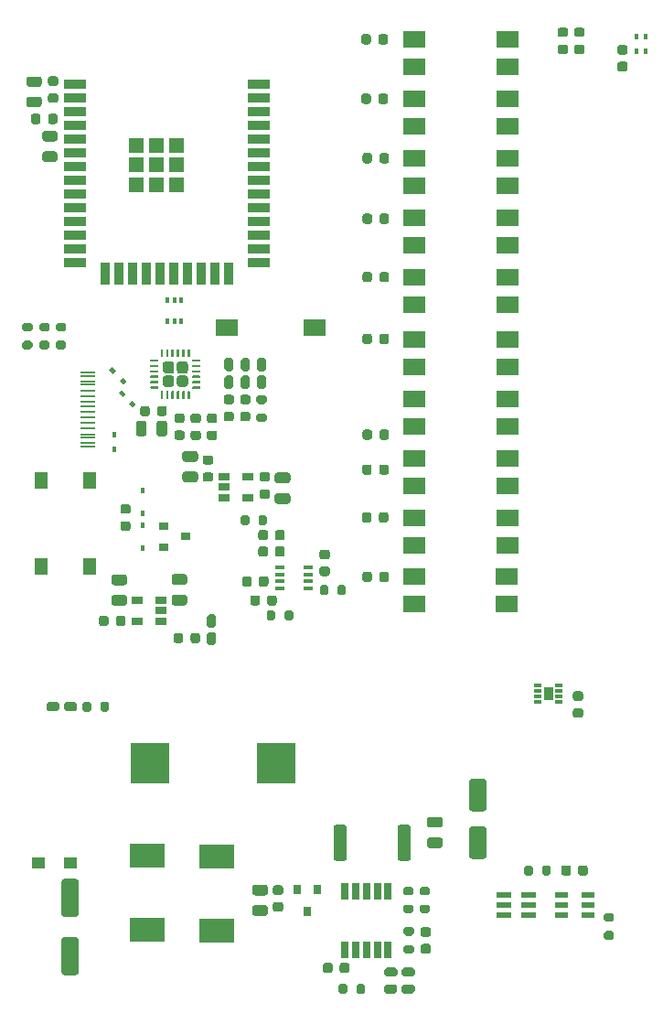
<source format=gbr>
G04 #@! TF.GenerationSoftware,KiCad,Pcbnew,(5.1.10)-1*
G04 #@! TF.CreationDate,2021-12-12T17:06:39+01:00*
G04 #@! TF.ProjectId,TestboardV2.3,54657374-626f-4617-9264-56322e332e6b,rev?*
G04 #@! TF.SameCoordinates,Original*
G04 #@! TF.FileFunction,Paste,Top*
G04 #@! TF.FilePolarity,Positive*
%FSLAX46Y46*%
G04 Gerber Fmt 4.6, Leading zero omitted, Abs format (unit mm)*
G04 Created by KiCad (PCBNEW (5.1.10)-1) date 2021-12-12 17:06:39*
%MOMM*%
%LPD*%
G01*
G04 APERTURE LIST*
%ADD10C,0.100000*%
%ADD11R,0.900000X1.300000*%
%ADD12R,0.750000X0.300000*%
%ADD13R,1.334000X0.276000*%
%ADD14R,0.450000X0.600000*%
%ADD15R,3.650000X3.750000*%
%ADD16R,1.400000X0.600000*%
%ADD17R,0.380000X0.510000*%
%ADD18R,1.330000X1.330000*%
%ADD19R,2.000000X0.900000*%
%ADD20R,0.900000X2.000000*%
%ADD21R,0.376000X0.611000*%
%ADD22R,2.100000X1.550000*%
%ADD23R,2.000000X1.500000*%
%ADD24R,1.060000X0.650000*%
%ADD25R,0.900000X0.800000*%
%ADD26R,1.240000X1.120000*%
%ADD27R,3.200000X2.250000*%
%ADD28R,0.966000X0.414000*%
%ADD29R,0.650000X1.525000*%
%ADD30R,0.800000X0.900000*%
%ADD31R,1.300000X1.550000*%
%ADD32R,1.200000X0.600000*%
%ADD33R,0.300000X0.500000*%
G04 APERTURE END LIST*
D10*
G36*
X113380000Y-109660000D02*
G01*
X112580000Y-109660000D01*
X112580000Y-108860000D01*
X113380000Y-108860000D01*
X113380000Y-109660000D01*
G37*
X113380000Y-109660000D02*
X112580000Y-109660000D01*
X112580000Y-108860000D01*
X113380000Y-108860000D01*
X113380000Y-109660000D01*
G36*
X112180000Y-109660000D02*
G01*
X111380000Y-109660000D01*
X111380000Y-108860000D01*
X112180000Y-108860000D01*
X112180000Y-109660000D01*
G37*
X112180000Y-109660000D02*
X111380000Y-109660000D01*
X111380000Y-108860000D01*
X112180000Y-108860000D01*
X112180000Y-109660000D01*
G36*
X113380000Y-108460000D02*
G01*
X112580000Y-108460000D01*
X112580000Y-107660000D01*
X113380000Y-107660000D01*
X113380000Y-108460000D01*
G37*
X113380000Y-108460000D02*
X112580000Y-108460000D01*
X112580000Y-107660000D01*
X113380000Y-107660000D01*
X113380000Y-108460000D01*
G36*
X112180000Y-108460000D02*
G01*
X111380000Y-108460000D01*
X111380000Y-107660000D01*
X112180000Y-107660000D01*
X112180000Y-108460000D01*
G37*
X112180000Y-108460000D02*
X111380000Y-108460000D01*
X111380000Y-107660000D01*
X112180000Y-107660000D01*
X112180000Y-108460000D01*
G36*
G01*
X120075000Y-122445000D02*
X120075000Y-121895000D01*
G75*
G02*
X120275000Y-121695000I200000J0D01*
G01*
X120675000Y-121695000D01*
G75*
G02*
X120875000Y-121895000I0J-200000D01*
G01*
X120875000Y-122445000D01*
G75*
G02*
X120675000Y-122645000I-200000J0D01*
G01*
X120275000Y-122645000D01*
G75*
G02*
X120075000Y-122445000I0J200000D01*
G01*
G37*
G36*
G01*
X118425000Y-122445000D02*
X118425000Y-121895000D01*
G75*
G02*
X118625000Y-121695000I200000J0D01*
G01*
X119025000Y-121695000D01*
G75*
G02*
X119225000Y-121895000I0J-200000D01*
G01*
X119225000Y-122445000D01*
G75*
G02*
X119025000Y-122645000I-200000J0D01*
G01*
X118625000Y-122645000D01*
G75*
G02*
X118425000Y-122445000I0J200000D01*
G01*
G37*
D11*
X146910000Y-138200000D03*
D12*
X145910000Y-138950000D03*
X145910000Y-138450000D03*
X145910000Y-137950000D03*
X145910000Y-137450000D03*
X147910000Y-137450000D03*
X147910000Y-137950000D03*
X147910000Y-138450000D03*
X147910000Y-138950000D03*
G36*
G01*
X120085000Y-110635000D02*
X120635000Y-110635000D01*
G75*
G02*
X120835000Y-110835000I0J-200000D01*
G01*
X120835000Y-111235000D01*
G75*
G02*
X120635000Y-111435000I-200000J0D01*
G01*
X120085000Y-111435000D01*
G75*
G02*
X119885000Y-111235000I0J200000D01*
G01*
X119885000Y-110835000D01*
G75*
G02*
X120085000Y-110635000I200000J0D01*
G01*
G37*
G36*
G01*
X120085000Y-112285000D02*
X120635000Y-112285000D01*
G75*
G02*
X120835000Y-112485000I0J-200000D01*
G01*
X120835000Y-112885000D01*
G75*
G02*
X120635000Y-113085000I-200000J0D01*
G01*
X120085000Y-113085000D01*
G75*
G02*
X119885000Y-112885000I0J200000D01*
G01*
X119885000Y-112485000D01*
G75*
G02*
X120085000Y-112285000I200000J0D01*
G01*
G37*
G36*
G01*
X120147500Y-108780000D02*
X120572500Y-108780000D01*
G75*
G02*
X120785000Y-108992500I0J-212500D01*
G01*
X120785000Y-109792500D01*
G75*
G02*
X120572500Y-110005000I-212500J0D01*
G01*
X120147500Y-110005000D01*
G75*
G02*
X119935000Y-109792500I0J212500D01*
G01*
X119935000Y-108992500D01*
G75*
G02*
X120147500Y-108780000I212500J0D01*
G01*
G37*
G36*
G01*
X120147500Y-107155000D02*
X120572500Y-107155000D01*
G75*
G02*
X120785000Y-107367500I0J-212500D01*
G01*
X120785000Y-108167500D01*
G75*
G02*
X120572500Y-108380000I-212500J0D01*
G01*
X120147500Y-108380000D01*
G75*
G02*
X119935000Y-108167500I0J212500D01*
G01*
X119935000Y-107367500D01*
G75*
G02*
X120147500Y-107155000I212500J0D01*
G01*
G37*
G36*
G01*
X105445000Y-139695000D02*
X105445000Y-139145000D01*
G75*
G02*
X105645000Y-138945000I200000J0D01*
G01*
X106045000Y-138945000D01*
G75*
G02*
X106245000Y-139145000I0J-200000D01*
G01*
X106245000Y-139695000D01*
G75*
G02*
X106045000Y-139895000I-200000J0D01*
G01*
X105645000Y-139895000D01*
G75*
G02*
X105445000Y-139695000I0J200000D01*
G01*
G37*
G36*
G01*
X103795000Y-139695000D02*
X103795000Y-139145000D01*
G75*
G02*
X103995000Y-138945000I200000J0D01*
G01*
X104395000Y-138945000D01*
G75*
G02*
X104595000Y-139145000I0J-200000D01*
G01*
X104595000Y-139695000D01*
G75*
G02*
X104395000Y-139895000I-200000J0D01*
G01*
X103995000Y-139895000D01*
G75*
G02*
X103795000Y-139695000I0J200000D01*
G01*
G37*
G36*
G01*
X102060000Y-139642500D02*
X102060000Y-139217500D01*
G75*
G02*
X102272500Y-139005000I212500J0D01*
G01*
X103072500Y-139005000D01*
G75*
G02*
X103285000Y-139217500I0J-212500D01*
G01*
X103285000Y-139642500D01*
G75*
G02*
X103072500Y-139855000I-212500J0D01*
G01*
X102272500Y-139855000D01*
G75*
G02*
X102060000Y-139642500I0J212500D01*
G01*
G37*
G36*
G01*
X100435000Y-139642500D02*
X100435000Y-139217500D01*
G75*
G02*
X100647500Y-139005000I212500J0D01*
G01*
X101447500Y-139005000D01*
G75*
G02*
X101660000Y-139217500I0J-212500D01*
G01*
X101660000Y-139642500D01*
G75*
G02*
X101447500Y-139855000I-212500J0D01*
G01*
X100647500Y-139855000D01*
G75*
G02*
X100435000Y-139642500I0J212500D01*
G01*
G37*
G36*
G01*
X119745000Y-157790000D02*
X120695000Y-157790000D01*
G75*
G02*
X120945000Y-158040000I0J-250000D01*
G01*
X120945000Y-158540000D01*
G75*
G02*
X120695000Y-158790000I-250000J0D01*
G01*
X119745000Y-158790000D01*
G75*
G02*
X119495000Y-158540000I0J250000D01*
G01*
X119495000Y-158040000D01*
G75*
G02*
X119745000Y-157790000I250000J0D01*
G01*
G37*
G36*
G01*
X119745000Y-155890000D02*
X120695000Y-155890000D01*
G75*
G02*
X120945000Y-156140000I0J-250000D01*
G01*
X120945000Y-156640000D01*
G75*
G02*
X120695000Y-156890000I-250000J0D01*
G01*
X119745000Y-156890000D01*
G75*
G02*
X119495000Y-156640000I0J250000D01*
G01*
X119495000Y-156140000D01*
G75*
G02*
X119745000Y-155890000I250000J0D01*
G01*
G37*
G36*
G01*
X113225000Y-128160000D02*
X112275000Y-128160000D01*
G75*
G02*
X112025000Y-127910000I0J250000D01*
G01*
X112025000Y-127410000D01*
G75*
G02*
X112275000Y-127160000I250000J0D01*
G01*
X113225000Y-127160000D01*
G75*
G02*
X113475000Y-127410000I0J-250000D01*
G01*
X113475000Y-127910000D01*
G75*
G02*
X113225000Y-128160000I-250000J0D01*
G01*
G37*
G36*
G01*
X113225000Y-130060000D02*
X112275000Y-130060000D01*
G75*
G02*
X112025000Y-129810000I0J250000D01*
G01*
X112025000Y-129310000D01*
G75*
G02*
X112275000Y-129060000I250000J0D01*
G01*
X113225000Y-129060000D01*
G75*
G02*
X113475000Y-129310000I0J-250000D01*
G01*
X113475000Y-129810000D01*
G75*
G02*
X113225000Y-130060000I-250000J0D01*
G01*
G37*
G36*
G01*
X107655000Y-128190000D02*
X106705000Y-128190000D01*
G75*
G02*
X106455000Y-127940000I0J250000D01*
G01*
X106455000Y-127440000D01*
G75*
G02*
X106705000Y-127190000I250000J0D01*
G01*
X107655000Y-127190000D01*
G75*
G02*
X107905000Y-127440000I0J-250000D01*
G01*
X107905000Y-127940000D01*
G75*
G02*
X107655000Y-128190000I-250000J0D01*
G01*
G37*
G36*
G01*
X107655000Y-130090000D02*
X106705000Y-130090000D01*
G75*
G02*
X106455000Y-129840000I0J250000D01*
G01*
X106455000Y-129340000D01*
G75*
G02*
X106705000Y-129090000I250000J0D01*
G01*
X107655000Y-129090000D01*
G75*
G02*
X107905000Y-129340000I0J-250000D01*
G01*
X107905000Y-129840000D01*
G75*
G02*
X107655000Y-130090000I-250000J0D01*
G01*
G37*
G36*
G01*
X109730000Y-113215000D02*
X109730000Y-114165000D01*
G75*
G02*
X109480000Y-114415000I-250000J0D01*
G01*
X108980000Y-114415000D01*
G75*
G02*
X108730000Y-114165000I0J250000D01*
G01*
X108730000Y-113215000D01*
G75*
G02*
X108980000Y-112965000I250000J0D01*
G01*
X109480000Y-112965000D01*
G75*
G02*
X109730000Y-113215000I0J-250000D01*
G01*
G37*
G36*
G01*
X111630000Y-113215000D02*
X111630000Y-114165000D01*
G75*
G02*
X111380000Y-114415000I-250000J0D01*
G01*
X110880000Y-114415000D01*
G75*
G02*
X110630000Y-114165000I0J250000D01*
G01*
X110630000Y-113215000D01*
G75*
G02*
X110880000Y-112965000I250000J0D01*
G01*
X111380000Y-112965000D01*
G75*
G02*
X111630000Y-113215000I0J-250000D01*
G01*
G37*
D13*
X104260000Y-111170000D03*
X104260000Y-111670000D03*
X104260000Y-112170000D03*
X104260000Y-112670000D03*
X104260000Y-113170000D03*
X104260000Y-114220000D03*
X104260000Y-115020000D03*
X104260000Y-115320000D03*
X104260000Y-114520000D03*
X104260000Y-113670000D03*
X104260000Y-110670000D03*
X104260000Y-109620000D03*
X104260000Y-108820000D03*
X104260000Y-110170000D03*
X104260000Y-109320000D03*
X104260000Y-108520000D03*
D14*
X109380000Y-121540000D03*
X109380000Y-119440000D03*
G36*
G01*
X132950000Y-153455001D02*
X132950000Y-150604999D01*
G75*
G02*
X133199999Y-150355000I249999J0D01*
G01*
X133925001Y-150355000D01*
G75*
G02*
X134175000Y-150604999I0J-249999D01*
G01*
X134175000Y-153455001D01*
G75*
G02*
X133925001Y-153705000I-249999J0D01*
G01*
X133199999Y-153705000D01*
G75*
G02*
X132950000Y-153455001I0J249999D01*
G01*
G37*
G36*
G01*
X127025000Y-153455001D02*
X127025000Y-150604999D01*
G75*
G02*
X127274999Y-150355000I249999J0D01*
G01*
X128000001Y-150355000D01*
G75*
G02*
X128250000Y-150604999I0J-249999D01*
G01*
X128250000Y-153455001D01*
G75*
G02*
X128000001Y-153705000I-249999J0D01*
G01*
X127274999Y-153705000D01*
G75*
G02*
X127025000Y-153455001I0J249999D01*
G01*
G37*
G36*
G01*
X134235000Y-156885000D02*
X133685000Y-156885000D01*
G75*
G02*
X133485000Y-156685000I0J200000D01*
G01*
X133485000Y-156285000D01*
G75*
G02*
X133685000Y-156085000I200000J0D01*
G01*
X134235000Y-156085000D01*
G75*
G02*
X134435000Y-156285000I0J-200000D01*
G01*
X134435000Y-156685000D01*
G75*
G02*
X134235000Y-156885000I-200000J0D01*
G01*
G37*
G36*
G01*
X134235000Y-158535000D02*
X133685000Y-158535000D01*
G75*
G02*
X133485000Y-158335000I0J200000D01*
G01*
X133485000Y-157935000D01*
G75*
G02*
X133685000Y-157735000I200000J0D01*
G01*
X134235000Y-157735000D01*
G75*
G02*
X134435000Y-157935000I0J-200000D01*
G01*
X134435000Y-158335000D01*
G75*
G02*
X134235000Y-158535000I-200000J0D01*
G01*
G37*
G36*
G01*
X140930000Y-149110000D02*
X139830000Y-149110000D01*
G75*
G02*
X139580000Y-148860000I0J250000D01*
G01*
X139580000Y-146360000D01*
G75*
G02*
X139830000Y-146110000I250000J0D01*
G01*
X140930000Y-146110000D01*
G75*
G02*
X141180000Y-146360000I0J-250000D01*
G01*
X141180000Y-148860000D01*
G75*
G02*
X140930000Y-149110000I-250000J0D01*
G01*
G37*
G36*
G01*
X140930000Y-153510000D02*
X139830000Y-153510000D01*
G75*
G02*
X139580000Y-153260000I0J250000D01*
G01*
X139580000Y-150760000D01*
G75*
G02*
X139830000Y-150510000I250000J0D01*
G01*
X140930000Y-150510000D01*
G75*
G02*
X141180000Y-150760000I0J-250000D01*
G01*
X141180000Y-153260000D01*
G75*
G02*
X140930000Y-153510000I-250000J0D01*
G01*
G37*
D15*
X121740000Y-144690000D03*
X110040000Y-144690000D03*
D16*
X145060000Y-158730000D03*
X145060000Y-157780000D03*
X145060000Y-156830000D03*
X142760000Y-158730000D03*
X142760000Y-157780000D03*
X142760000Y-156830000D03*
G36*
G01*
X118647500Y-108790000D02*
X119072500Y-108790000D01*
G75*
G02*
X119285000Y-109002500I0J-212500D01*
G01*
X119285000Y-109802500D01*
G75*
G02*
X119072500Y-110015000I-212500J0D01*
G01*
X118647500Y-110015000D01*
G75*
G02*
X118435000Y-109802500I0J212500D01*
G01*
X118435000Y-109002500D01*
G75*
G02*
X118647500Y-108790000I212500J0D01*
G01*
G37*
G36*
G01*
X118647500Y-107165000D02*
X119072500Y-107165000D01*
G75*
G02*
X119285000Y-107377500I0J-212500D01*
G01*
X119285000Y-108177500D01*
G75*
G02*
X119072500Y-108390000I-212500J0D01*
G01*
X118647500Y-108390000D01*
G75*
G02*
X118435000Y-108177500I0J212500D01*
G01*
X118435000Y-107377500D01*
G75*
G02*
X118647500Y-107165000I212500J0D01*
G01*
G37*
G36*
G01*
X117117500Y-107165000D02*
X117542500Y-107165000D01*
G75*
G02*
X117755000Y-107377500I0J-212500D01*
G01*
X117755000Y-108177500D01*
G75*
G02*
X117542500Y-108390000I-212500J0D01*
G01*
X117117500Y-108390000D01*
G75*
G02*
X116905000Y-108177500I0J212500D01*
G01*
X116905000Y-107377500D01*
G75*
G02*
X117117500Y-107165000I212500J0D01*
G01*
G37*
G36*
G01*
X117117500Y-108790000D02*
X117542500Y-108790000D01*
G75*
G02*
X117755000Y-109002500I0J-212500D01*
G01*
X117755000Y-109802500D01*
G75*
G02*
X117542500Y-110015000I-212500J0D01*
G01*
X117117500Y-110015000D01*
G75*
G02*
X116905000Y-109802500I0J212500D01*
G01*
X116905000Y-109002500D01*
G75*
G02*
X117117500Y-108790000I212500J0D01*
G01*
G37*
G36*
G01*
X115507500Y-132520000D02*
X115932500Y-132520000D01*
G75*
G02*
X116145000Y-132732500I0J-212500D01*
G01*
X116145000Y-133532500D01*
G75*
G02*
X115932500Y-133745000I-212500J0D01*
G01*
X115507500Y-133745000D01*
G75*
G02*
X115295000Y-133532500I0J212500D01*
G01*
X115295000Y-132732500D01*
G75*
G02*
X115507500Y-132520000I212500J0D01*
G01*
G37*
G36*
G01*
X115507500Y-130895000D02*
X115932500Y-130895000D01*
G75*
G02*
X116145000Y-131107500I0J-212500D01*
G01*
X116145000Y-131907500D01*
G75*
G02*
X115932500Y-132120000I-212500J0D01*
G01*
X115507500Y-132120000D01*
G75*
G02*
X115295000Y-131907500I0J212500D01*
G01*
X115295000Y-131107500D01*
G75*
G02*
X115507500Y-130895000I212500J0D01*
G01*
G37*
G36*
G01*
X118593750Y-112140000D02*
X119106250Y-112140000D01*
G75*
G02*
X119325000Y-112358750I0J-218750D01*
G01*
X119325000Y-112796250D01*
G75*
G02*
X119106250Y-113015000I-218750J0D01*
G01*
X118593750Y-113015000D01*
G75*
G02*
X118375000Y-112796250I0J218750D01*
G01*
X118375000Y-112358750D01*
G75*
G02*
X118593750Y-112140000I218750J0D01*
G01*
G37*
G36*
G01*
X118593750Y-110565000D02*
X119106250Y-110565000D01*
G75*
G02*
X119325000Y-110783750I0J-218750D01*
G01*
X119325000Y-111221250D01*
G75*
G02*
X119106250Y-111440000I-218750J0D01*
G01*
X118593750Y-111440000D01*
G75*
G02*
X118375000Y-111221250I0J218750D01*
G01*
X118375000Y-110783750D01*
G75*
G02*
X118593750Y-110565000I218750J0D01*
G01*
G37*
G36*
G01*
X117063750Y-112140000D02*
X117576250Y-112140000D01*
G75*
G02*
X117795000Y-112358750I0J-218750D01*
G01*
X117795000Y-112796250D01*
G75*
G02*
X117576250Y-113015000I-218750J0D01*
G01*
X117063750Y-113015000D01*
G75*
G02*
X116845000Y-112796250I0J218750D01*
G01*
X116845000Y-112358750D01*
G75*
G02*
X117063750Y-112140000I218750J0D01*
G01*
G37*
G36*
G01*
X117063750Y-110565000D02*
X117576250Y-110565000D01*
G75*
G02*
X117795000Y-110783750I0J-218750D01*
G01*
X117795000Y-111221250D01*
G75*
G02*
X117576250Y-111440000I-218750J0D01*
G01*
X117063750Y-111440000D01*
G75*
G02*
X116845000Y-111221250I0J218750D01*
G01*
X116845000Y-110783750D01*
G75*
G02*
X117063750Y-110565000I218750J0D01*
G01*
G37*
G36*
G01*
X100303750Y-88040000D02*
X101216250Y-88040000D01*
G75*
G02*
X101460000Y-88283750I0J-243750D01*
G01*
X101460000Y-88771250D01*
G75*
G02*
X101216250Y-89015000I-243750J0D01*
G01*
X100303750Y-89015000D01*
G75*
G02*
X100060000Y-88771250I0J243750D01*
G01*
X100060000Y-88283750D01*
G75*
G02*
X100303750Y-88040000I243750J0D01*
G01*
G37*
G36*
G01*
X100303750Y-86165000D02*
X101216250Y-86165000D01*
G75*
G02*
X101460000Y-86408750I0J-243750D01*
G01*
X101460000Y-86896250D01*
G75*
G02*
X101216250Y-87140000I-243750J0D01*
G01*
X100303750Y-87140000D01*
G75*
G02*
X100060000Y-86896250I0J243750D01*
G01*
X100060000Y-86408750D01*
G75*
G02*
X100303750Y-86165000I243750J0D01*
G01*
G37*
G36*
G01*
X99756250Y-82090000D02*
X98843750Y-82090000D01*
G75*
G02*
X98600000Y-81846250I0J243750D01*
G01*
X98600000Y-81358750D01*
G75*
G02*
X98843750Y-81115000I243750J0D01*
G01*
X99756250Y-81115000D01*
G75*
G02*
X100000000Y-81358750I0J-243750D01*
G01*
X100000000Y-81846250D01*
G75*
G02*
X99756250Y-82090000I-243750J0D01*
G01*
G37*
G36*
G01*
X99756250Y-83965000D02*
X98843750Y-83965000D01*
G75*
G02*
X98600000Y-83721250I0J243750D01*
G01*
X98600000Y-83233750D01*
G75*
G02*
X98843750Y-82990000I243750J0D01*
G01*
X99756250Y-82990000D01*
G75*
G02*
X100000000Y-83233750I0J-243750D01*
G01*
X100000000Y-83721250D01*
G75*
G02*
X99756250Y-83965000I-243750J0D01*
G01*
G37*
D10*
G36*
X107470987Y-110759688D02*
G01*
X107110362Y-110399063D01*
X107379063Y-110130362D01*
X107739688Y-110490987D01*
X107470987Y-110759688D01*
G37*
G36*
X108460937Y-111749638D02*
G01*
X108100312Y-111389013D01*
X108369013Y-111120312D01*
X108729638Y-111480937D01*
X108460937Y-111749638D01*
G37*
G36*
X106519063Y-108010362D02*
G01*
X106879688Y-108370987D01*
X106610987Y-108639688D01*
X106250362Y-108279063D01*
X106519063Y-108010362D01*
G37*
G36*
X107509013Y-109000312D02*
G01*
X107869638Y-109360937D01*
X107600937Y-109629638D01*
X107240312Y-109269013D01*
X107509013Y-109000312D01*
G37*
D17*
X106700000Y-115640000D03*
X106700000Y-114240000D03*
G36*
G01*
X111205000Y-108285001D02*
X111205000Y-107734999D01*
G75*
G02*
X111454999Y-107485000I249999J0D01*
G01*
X112005001Y-107485000D01*
G75*
G02*
X112255000Y-107734999I0J-249999D01*
G01*
X112255000Y-108285001D01*
G75*
G02*
X112005001Y-108535000I-249999J0D01*
G01*
X111454999Y-108535000D01*
G75*
G02*
X111205000Y-108285001I0J249999D01*
G01*
G37*
G36*
G01*
X111205000Y-109585001D02*
X111205000Y-109034999D01*
G75*
G02*
X111454999Y-108785000I249999J0D01*
G01*
X112005001Y-108785000D01*
G75*
G02*
X112255000Y-109034999I0J-249999D01*
G01*
X112255000Y-109585001D01*
G75*
G02*
X112005001Y-109835000I-249999J0D01*
G01*
X111454999Y-109835000D01*
G75*
G02*
X111205000Y-109585001I0J249999D01*
G01*
G37*
G36*
G01*
X112505000Y-108285001D02*
X112505000Y-107734999D01*
G75*
G02*
X112754999Y-107485000I249999J0D01*
G01*
X113305001Y-107485000D01*
G75*
G02*
X113555000Y-107734999I0J-249999D01*
G01*
X113555000Y-108285001D01*
G75*
G02*
X113305001Y-108535000I-249999J0D01*
G01*
X112754999Y-108535000D01*
G75*
G02*
X112505000Y-108285001I0J249999D01*
G01*
G37*
G36*
G01*
X112505000Y-109585001D02*
X112505000Y-109034999D01*
G75*
G02*
X112754999Y-108785000I249999J0D01*
G01*
X113305001Y-108785000D01*
G75*
G02*
X113555000Y-109034999I0J-249999D01*
G01*
X113555000Y-109585001D01*
G75*
G02*
X113305001Y-109835000I-249999J0D01*
G01*
X112754999Y-109835000D01*
G75*
G02*
X112505000Y-109585001I0J249999D01*
G01*
G37*
G36*
G01*
X110063000Y-107467500D02*
X110063000Y-107352500D01*
G75*
G02*
X110120500Y-107295000I57500J0D01*
G01*
X110764500Y-107295000D01*
G75*
G02*
X110822000Y-107352500I0J-57500D01*
G01*
X110822000Y-107467500D01*
G75*
G02*
X110764500Y-107525000I-57500J0D01*
G01*
X110120500Y-107525000D01*
G75*
G02*
X110063000Y-107467500I0J57500D01*
G01*
G37*
G36*
G01*
X110063000Y-107967500D02*
X110063000Y-107852500D01*
G75*
G02*
X110120500Y-107795000I57500J0D01*
G01*
X110764500Y-107795000D01*
G75*
G02*
X110822000Y-107852500I0J-57500D01*
G01*
X110822000Y-107967500D01*
G75*
G02*
X110764500Y-108025000I-57500J0D01*
G01*
X110120500Y-108025000D01*
G75*
G02*
X110063000Y-107967500I0J57500D01*
G01*
G37*
G36*
G01*
X110063000Y-108467500D02*
X110063000Y-108352500D01*
G75*
G02*
X110120500Y-108295000I57500J0D01*
G01*
X110764500Y-108295000D01*
G75*
G02*
X110822000Y-108352500I0J-57500D01*
G01*
X110822000Y-108467500D01*
G75*
G02*
X110764500Y-108525000I-57500J0D01*
G01*
X110120500Y-108525000D01*
G75*
G02*
X110063000Y-108467500I0J57500D01*
G01*
G37*
G36*
G01*
X110063000Y-108967500D02*
X110063000Y-108852500D01*
G75*
G02*
X110120500Y-108795000I57500J0D01*
G01*
X110764500Y-108795000D01*
G75*
G02*
X110822000Y-108852500I0J-57500D01*
G01*
X110822000Y-108967500D01*
G75*
G02*
X110764500Y-109025000I-57500J0D01*
G01*
X110120500Y-109025000D01*
G75*
G02*
X110063000Y-108967500I0J57500D01*
G01*
G37*
G36*
G01*
X110063000Y-109467500D02*
X110063000Y-109352500D01*
G75*
G02*
X110120500Y-109295000I57500J0D01*
G01*
X110764500Y-109295000D01*
G75*
G02*
X110822000Y-109352500I0J-57500D01*
G01*
X110822000Y-109467500D01*
G75*
G02*
X110764500Y-109525000I-57500J0D01*
G01*
X110120500Y-109525000D01*
G75*
G02*
X110063000Y-109467500I0J57500D01*
G01*
G37*
G36*
G01*
X110063000Y-109967500D02*
X110063000Y-109852500D01*
G75*
G02*
X110120500Y-109795000I57500J0D01*
G01*
X110764500Y-109795000D01*
G75*
G02*
X110822000Y-109852500I0J-57500D01*
G01*
X110822000Y-109967500D01*
G75*
G02*
X110764500Y-110025000I-57500J0D01*
G01*
X110120500Y-110025000D01*
G75*
G02*
X110063000Y-109967500I0J57500D01*
G01*
G37*
G36*
G01*
X111015000Y-110919500D02*
X111015000Y-110275500D01*
G75*
G02*
X111072500Y-110218000I57500J0D01*
G01*
X111187500Y-110218000D01*
G75*
G02*
X111245000Y-110275500I0J-57500D01*
G01*
X111245000Y-110919500D01*
G75*
G02*
X111187500Y-110977000I-57500J0D01*
G01*
X111072500Y-110977000D01*
G75*
G02*
X111015000Y-110919500I0J57500D01*
G01*
G37*
G36*
G01*
X111515000Y-110919500D02*
X111515000Y-110275500D01*
G75*
G02*
X111572500Y-110218000I57500J0D01*
G01*
X111687500Y-110218000D01*
G75*
G02*
X111745000Y-110275500I0J-57500D01*
G01*
X111745000Y-110919500D01*
G75*
G02*
X111687500Y-110977000I-57500J0D01*
G01*
X111572500Y-110977000D01*
G75*
G02*
X111515000Y-110919500I0J57500D01*
G01*
G37*
G36*
G01*
X112015000Y-110919500D02*
X112015000Y-110275500D01*
G75*
G02*
X112072500Y-110218000I57500J0D01*
G01*
X112187500Y-110218000D01*
G75*
G02*
X112245000Y-110275500I0J-57500D01*
G01*
X112245000Y-110919500D01*
G75*
G02*
X112187500Y-110977000I-57500J0D01*
G01*
X112072500Y-110977000D01*
G75*
G02*
X112015000Y-110919500I0J57500D01*
G01*
G37*
G36*
G01*
X112515000Y-110919500D02*
X112515000Y-110275500D01*
G75*
G02*
X112572500Y-110218000I57500J0D01*
G01*
X112687500Y-110218000D01*
G75*
G02*
X112745000Y-110275500I0J-57500D01*
G01*
X112745000Y-110919500D01*
G75*
G02*
X112687500Y-110977000I-57500J0D01*
G01*
X112572500Y-110977000D01*
G75*
G02*
X112515000Y-110919500I0J57500D01*
G01*
G37*
G36*
G01*
X113015000Y-110919500D02*
X113015000Y-110275500D01*
G75*
G02*
X113072500Y-110218000I57500J0D01*
G01*
X113187500Y-110218000D01*
G75*
G02*
X113245000Y-110275500I0J-57500D01*
G01*
X113245000Y-110919500D01*
G75*
G02*
X113187500Y-110977000I-57500J0D01*
G01*
X113072500Y-110977000D01*
G75*
G02*
X113015000Y-110919500I0J57500D01*
G01*
G37*
G36*
G01*
X113515000Y-110919500D02*
X113515000Y-110275500D01*
G75*
G02*
X113572500Y-110218000I57500J0D01*
G01*
X113687500Y-110218000D01*
G75*
G02*
X113745000Y-110275500I0J-57500D01*
G01*
X113745000Y-110919500D01*
G75*
G02*
X113687500Y-110977000I-57500J0D01*
G01*
X113572500Y-110977000D01*
G75*
G02*
X113515000Y-110919500I0J57500D01*
G01*
G37*
G36*
G01*
X113938000Y-109967500D02*
X113938000Y-109852500D01*
G75*
G02*
X113995500Y-109795000I57500J0D01*
G01*
X114639500Y-109795000D01*
G75*
G02*
X114697000Y-109852500I0J-57500D01*
G01*
X114697000Y-109967500D01*
G75*
G02*
X114639500Y-110025000I-57500J0D01*
G01*
X113995500Y-110025000D01*
G75*
G02*
X113938000Y-109967500I0J57500D01*
G01*
G37*
G36*
G01*
X113938000Y-109467500D02*
X113938000Y-109352500D01*
G75*
G02*
X113995500Y-109295000I57500J0D01*
G01*
X114639500Y-109295000D01*
G75*
G02*
X114697000Y-109352500I0J-57500D01*
G01*
X114697000Y-109467500D01*
G75*
G02*
X114639500Y-109525000I-57500J0D01*
G01*
X113995500Y-109525000D01*
G75*
G02*
X113938000Y-109467500I0J57500D01*
G01*
G37*
G36*
G01*
X113938000Y-108967500D02*
X113938000Y-108852500D01*
G75*
G02*
X113995500Y-108795000I57500J0D01*
G01*
X114639500Y-108795000D01*
G75*
G02*
X114697000Y-108852500I0J-57500D01*
G01*
X114697000Y-108967500D01*
G75*
G02*
X114639500Y-109025000I-57500J0D01*
G01*
X113995500Y-109025000D01*
G75*
G02*
X113938000Y-108967500I0J57500D01*
G01*
G37*
G36*
G01*
X113938000Y-108467500D02*
X113938000Y-108352500D01*
G75*
G02*
X113995500Y-108295000I57500J0D01*
G01*
X114639500Y-108295000D01*
G75*
G02*
X114697000Y-108352500I0J-57500D01*
G01*
X114697000Y-108467500D01*
G75*
G02*
X114639500Y-108525000I-57500J0D01*
G01*
X113995500Y-108525000D01*
G75*
G02*
X113938000Y-108467500I0J57500D01*
G01*
G37*
G36*
G01*
X113938000Y-107967500D02*
X113938000Y-107852500D01*
G75*
G02*
X113995500Y-107795000I57500J0D01*
G01*
X114639500Y-107795000D01*
G75*
G02*
X114697000Y-107852500I0J-57500D01*
G01*
X114697000Y-107967500D01*
G75*
G02*
X114639500Y-108025000I-57500J0D01*
G01*
X113995500Y-108025000D01*
G75*
G02*
X113938000Y-107967500I0J57500D01*
G01*
G37*
G36*
G01*
X113938000Y-107467500D02*
X113938000Y-107352500D01*
G75*
G02*
X113995500Y-107295000I57500J0D01*
G01*
X114639500Y-107295000D01*
G75*
G02*
X114697000Y-107352500I0J-57500D01*
G01*
X114697000Y-107467500D01*
G75*
G02*
X114639500Y-107525000I-57500J0D01*
G01*
X113995500Y-107525000D01*
G75*
G02*
X113938000Y-107467500I0J57500D01*
G01*
G37*
G36*
G01*
X113515000Y-107044500D02*
X113515000Y-106400500D01*
G75*
G02*
X113572500Y-106343000I57500J0D01*
G01*
X113687500Y-106343000D01*
G75*
G02*
X113745000Y-106400500I0J-57500D01*
G01*
X113745000Y-107044500D01*
G75*
G02*
X113687500Y-107102000I-57500J0D01*
G01*
X113572500Y-107102000D01*
G75*
G02*
X113515000Y-107044500I0J57500D01*
G01*
G37*
G36*
G01*
X113015000Y-107044500D02*
X113015000Y-106400500D01*
G75*
G02*
X113072500Y-106343000I57500J0D01*
G01*
X113187500Y-106343000D01*
G75*
G02*
X113245000Y-106400500I0J-57500D01*
G01*
X113245000Y-107044500D01*
G75*
G02*
X113187500Y-107102000I-57500J0D01*
G01*
X113072500Y-107102000D01*
G75*
G02*
X113015000Y-107044500I0J57500D01*
G01*
G37*
G36*
G01*
X112515000Y-107044500D02*
X112515000Y-106400500D01*
G75*
G02*
X112572500Y-106343000I57500J0D01*
G01*
X112687500Y-106343000D01*
G75*
G02*
X112745000Y-106400500I0J-57500D01*
G01*
X112745000Y-107044500D01*
G75*
G02*
X112687500Y-107102000I-57500J0D01*
G01*
X112572500Y-107102000D01*
G75*
G02*
X112515000Y-107044500I0J57500D01*
G01*
G37*
G36*
G01*
X112015000Y-107044500D02*
X112015000Y-106400500D01*
G75*
G02*
X112072500Y-106343000I57500J0D01*
G01*
X112187500Y-106343000D01*
G75*
G02*
X112245000Y-106400500I0J-57500D01*
G01*
X112245000Y-107044500D01*
G75*
G02*
X112187500Y-107102000I-57500J0D01*
G01*
X112072500Y-107102000D01*
G75*
G02*
X112015000Y-107044500I0J57500D01*
G01*
G37*
G36*
G01*
X111515000Y-107044500D02*
X111515000Y-106400500D01*
G75*
G02*
X111572500Y-106343000I57500J0D01*
G01*
X111687500Y-106343000D01*
G75*
G02*
X111745000Y-106400500I0J-57500D01*
G01*
X111745000Y-107044500D01*
G75*
G02*
X111687500Y-107102000I-57500J0D01*
G01*
X111572500Y-107102000D01*
G75*
G02*
X111515000Y-107044500I0J57500D01*
G01*
G37*
G36*
G01*
X111015000Y-107044500D02*
X111015000Y-106400500D01*
G75*
G02*
X111072500Y-106343000I57500J0D01*
G01*
X111187500Y-106343000D01*
G75*
G02*
X111245000Y-106400500I0J-57500D01*
G01*
X111245000Y-107044500D01*
G75*
G02*
X111187500Y-107102000I-57500J0D01*
G01*
X111072500Y-107102000D01*
G75*
G02*
X111015000Y-107044500I0J57500D01*
G01*
G37*
D18*
X112445000Y-91145000D03*
X112445000Y-89310000D03*
X112445000Y-87475000D03*
X110610000Y-87475000D03*
X110610000Y-89310000D03*
X110610000Y-91145000D03*
X108775000Y-91145000D03*
X108775000Y-89310000D03*
X108775000Y-87475000D03*
D19*
X120110000Y-81810000D03*
X120110000Y-83080000D03*
X120110000Y-84350000D03*
X120110000Y-85620000D03*
X120110000Y-86890000D03*
X120110000Y-88160000D03*
X120110000Y-89430000D03*
X120110000Y-90700000D03*
X120110000Y-91970000D03*
X120110000Y-93240000D03*
X120110000Y-94510000D03*
X120110000Y-95780000D03*
X120110000Y-97050000D03*
X120110000Y-98320000D03*
D20*
X117325000Y-99320000D03*
X116055000Y-99320000D03*
X114785000Y-99320000D03*
X113515000Y-99320000D03*
X112245000Y-99320000D03*
X110975000Y-99320000D03*
X109705000Y-99320000D03*
X108435000Y-99320000D03*
X107165000Y-99320000D03*
X105895000Y-99320000D03*
D19*
X103110000Y-98320000D03*
X103110000Y-97050000D03*
X103110000Y-95780000D03*
X103110000Y-94510000D03*
X103110000Y-93240000D03*
X103110000Y-91970000D03*
X103110000Y-90700000D03*
X103110000Y-89430000D03*
X103110000Y-88160000D03*
X103110000Y-86890000D03*
X103110000Y-85620000D03*
X103110000Y-84350000D03*
X103110000Y-83080000D03*
X103110000Y-81810000D03*
G36*
G01*
X149403750Y-139580000D02*
X149916250Y-139580000D01*
G75*
G02*
X150135000Y-139798750I0J-218750D01*
G01*
X150135000Y-140236250D01*
G75*
G02*
X149916250Y-140455000I-218750J0D01*
G01*
X149403750Y-140455000D01*
G75*
G02*
X149185000Y-140236250I0J218750D01*
G01*
X149185000Y-139798750D01*
G75*
G02*
X149403750Y-139580000I218750J0D01*
G01*
G37*
G36*
G01*
X149403750Y-138005000D02*
X149916250Y-138005000D01*
G75*
G02*
X150135000Y-138223750I0J-218750D01*
G01*
X150135000Y-138661250D01*
G75*
G02*
X149916250Y-138880000I-218750J0D01*
G01*
X149403750Y-138880000D01*
G75*
G02*
X149185000Y-138661250I0J218750D01*
G01*
X149185000Y-138223750D01*
G75*
G02*
X149403750Y-138005000I218750J0D01*
G01*
G37*
D21*
X112930000Y-101840000D03*
X111630000Y-101840000D03*
X112280000Y-103740000D03*
X112280000Y-101840000D03*
X111630000Y-103740000D03*
X112930000Y-103740000D03*
G36*
G01*
X149523750Y-78170000D02*
X150036250Y-78170000D01*
G75*
G02*
X150255000Y-78388750I0J-218750D01*
G01*
X150255000Y-78826250D01*
G75*
G02*
X150036250Y-79045000I-218750J0D01*
G01*
X149523750Y-79045000D01*
G75*
G02*
X149305000Y-78826250I0J218750D01*
G01*
X149305000Y-78388750D01*
G75*
G02*
X149523750Y-78170000I218750J0D01*
G01*
G37*
G36*
G01*
X149523750Y-76595000D02*
X150036250Y-76595000D01*
G75*
G02*
X150255000Y-76813750I0J-218750D01*
G01*
X150255000Y-77251250D01*
G75*
G02*
X150036250Y-77470000I-218750J0D01*
G01*
X149523750Y-77470000D01*
G75*
G02*
X149305000Y-77251250I0J218750D01*
G01*
X149305000Y-76813750D01*
G75*
G02*
X149523750Y-76595000I218750J0D01*
G01*
G37*
G36*
G01*
X147993750Y-78170000D02*
X148506250Y-78170000D01*
G75*
G02*
X148725000Y-78388750I0J-218750D01*
G01*
X148725000Y-78826250D01*
G75*
G02*
X148506250Y-79045000I-218750J0D01*
G01*
X147993750Y-79045000D01*
G75*
G02*
X147775000Y-78826250I0J218750D01*
G01*
X147775000Y-78388750D01*
G75*
G02*
X147993750Y-78170000I218750J0D01*
G01*
G37*
G36*
G01*
X147993750Y-76595000D02*
X148506250Y-76595000D01*
G75*
G02*
X148725000Y-76813750I0J-218750D01*
G01*
X148725000Y-77251250D01*
G75*
G02*
X148506250Y-77470000I-218750J0D01*
G01*
X147993750Y-77470000D01*
G75*
G02*
X147775000Y-77251250I0J218750D01*
G01*
X147775000Y-76813750D01*
G75*
G02*
X147993750Y-76595000I218750J0D01*
G01*
G37*
D22*
X143090000Y-127420000D03*
X143090000Y-129960000D03*
X134490000Y-129960000D03*
X134490000Y-127420000D03*
X143130000Y-121930000D03*
X143130000Y-124470000D03*
X134530000Y-124470000D03*
X134530000Y-121930000D03*
X143130000Y-116430000D03*
X143130000Y-118970000D03*
X134530000Y-118970000D03*
X134530000Y-116430000D03*
X143130000Y-110930000D03*
X143130000Y-113470000D03*
X134530000Y-113470000D03*
X134530000Y-110930000D03*
X143130000Y-105430000D03*
X143130000Y-107970000D03*
X134530000Y-107970000D03*
X134530000Y-105430000D03*
X143130000Y-99710000D03*
X143130000Y-102250000D03*
X134530000Y-102250000D03*
X134530000Y-99710000D03*
X143130000Y-94210000D03*
X143130000Y-96750000D03*
X134530000Y-96750000D03*
X134530000Y-94210000D03*
X143130000Y-88710000D03*
X143130000Y-91250000D03*
X134530000Y-91250000D03*
X134530000Y-88710000D03*
X143130000Y-83210000D03*
X143130000Y-85750000D03*
X134530000Y-85750000D03*
X134530000Y-83210000D03*
X143130000Y-77710000D03*
X143130000Y-80250000D03*
X134530000Y-80250000D03*
X134530000Y-77710000D03*
D23*
X125300000Y-104320000D03*
X117100000Y-104320000D03*
G36*
G01*
X115513750Y-113880000D02*
X116026250Y-113880000D01*
G75*
G02*
X116245000Y-114098750I0J-218750D01*
G01*
X116245000Y-114536250D01*
G75*
G02*
X116026250Y-114755000I-218750J0D01*
G01*
X115513750Y-114755000D01*
G75*
G02*
X115295000Y-114536250I0J218750D01*
G01*
X115295000Y-114098750D01*
G75*
G02*
X115513750Y-113880000I218750J0D01*
G01*
G37*
G36*
G01*
X115513750Y-112305000D02*
X116026250Y-112305000D01*
G75*
G02*
X116245000Y-112523750I0J-218750D01*
G01*
X116245000Y-112961250D01*
G75*
G02*
X116026250Y-113180000I-218750J0D01*
G01*
X115513750Y-113180000D01*
G75*
G02*
X115295000Y-112961250I0J218750D01*
G01*
X115295000Y-112523750D01*
G75*
G02*
X115513750Y-112305000I218750J0D01*
G01*
G37*
G36*
G01*
X114526250Y-113180000D02*
X114013750Y-113180000D01*
G75*
G02*
X113795000Y-112961250I0J218750D01*
G01*
X113795000Y-112523750D01*
G75*
G02*
X114013750Y-112305000I218750J0D01*
G01*
X114526250Y-112305000D01*
G75*
G02*
X114745000Y-112523750I0J-218750D01*
G01*
X114745000Y-112961250D01*
G75*
G02*
X114526250Y-113180000I-218750J0D01*
G01*
G37*
G36*
G01*
X114526250Y-114755000D02*
X114013750Y-114755000D01*
G75*
G02*
X113795000Y-114536250I0J218750D01*
G01*
X113795000Y-114098750D01*
G75*
G02*
X114013750Y-113880000I218750J0D01*
G01*
X114526250Y-113880000D01*
G75*
G02*
X114745000Y-114098750I0J-218750D01*
G01*
X114745000Y-114536250D01*
G75*
G02*
X114526250Y-114755000I-218750J0D01*
G01*
G37*
G36*
G01*
X112503750Y-113870000D02*
X113016250Y-113870000D01*
G75*
G02*
X113235000Y-114088750I0J-218750D01*
G01*
X113235000Y-114526250D01*
G75*
G02*
X113016250Y-114745000I-218750J0D01*
G01*
X112503750Y-114745000D01*
G75*
G02*
X112285000Y-114526250I0J218750D01*
G01*
X112285000Y-114088750D01*
G75*
G02*
X112503750Y-113870000I218750J0D01*
G01*
G37*
G36*
G01*
X112503750Y-112295000D02*
X113016250Y-112295000D01*
G75*
G02*
X113235000Y-112513750I0J-218750D01*
G01*
X113235000Y-112951250D01*
G75*
G02*
X113016250Y-113170000I-218750J0D01*
G01*
X112503750Y-113170000D01*
G75*
G02*
X112285000Y-112951250I0J218750D01*
G01*
X112285000Y-112513750D01*
G75*
G02*
X112503750Y-112295000I218750J0D01*
G01*
G37*
G36*
G01*
X130570000Y-127153750D02*
X130570000Y-127666250D01*
G75*
G02*
X130351250Y-127885000I-218750J0D01*
G01*
X129913750Y-127885000D01*
G75*
G02*
X129695000Y-127666250I0J218750D01*
G01*
X129695000Y-127153750D01*
G75*
G02*
X129913750Y-126935000I218750J0D01*
G01*
X130351250Y-126935000D01*
G75*
G02*
X130570000Y-127153750I0J-218750D01*
G01*
G37*
G36*
G01*
X132145000Y-127153750D02*
X132145000Y-127666250D01*
G75*
G02*
X131926250Y-127885000I-218750J0D01*
G01*
X131488750Y-127885000D01*
G75*
G02*
X131270000Y-127666250I0J218750D01*
G01*
X131270000Y-127153750D01*
G75*
G02*
X131488750Y-126935000I218750J0D01*
G01*
X131926250Y-126935000D01*
G75*
G02*
X132145000Y-127153750I0J-218750D01*
G01*
G37*
G36*
G01*
X130520000Y-121663750D02*
X130520000Y-122176250D01*
G75*
G02*
X130301250Y-122395000I-218750J0D01*
G01*
X129863750Y-122395000D01*
G75*
G02*
X129645000Y-122176250I0J218750D01*
G01*
X129645000Y-121663750D01*
G75*
G02*
X129863750Y-121445000I218750J0D01*
G01*
X130301250Y-121445000D01*
G75*
G02*
X130520000Y-121663750I0J-218750D01*
G01*
G37*
G36*
G01*
X132095000Y-121663750D02*
X132095000Y-122176250D01*
G75*
G02*
X131876250Y-122395000I-218750J0D01*
G01*
X131438750Y-122395000D01*
G75*
G02*
X131220000Y-122176250I0J218750D01*
G01*
X131220000Y-121663750D01*
G75*
G02*
X131438750Y-121445000I218750J0D01*
G01*
X131876250Y-121445000D01*
G75*
G02*
X132095000Y-121663750I0J-218750D01*
G01*
G37*
G36*
G01*
X130560000Y-117233750D02*
X130560000Y-117746250D01*
G75*
G02*
X130341250Y-117965000I-218750J0D01*
G01*
X129903750Y-117965000D01*
G75*
G02*
X129685000Y-117746250I0J218750D01*
G01*
X129685000Y-117233750D01*
G75*
G02*
X129903750Y-117015000I218750J0D01*
G01*
X130341250Y-117015000D01*
G75*
G02*
X130560000Y-117233750I0J-218750D01*
G01*
G37*
G36*
G01*
X132135000Y-117233750D02*
X132135000Y-117746250D01*
G75*
G02*
X131916250Y-117965000I-218750J0D01*
G01*
X131478750Y-117965000D01*
G75*
G02*
X131260000Y-117746250I0J218750D01*
G01*
X131260000Y-117233750D01*
G75*
G02*
X131478750Y-117015000I218750J0D01*
G01*
X131916250Y-117015000D01*
G75*
G02*
X132135000Y-117233750I0J-218750D01*
G01*
G37*
G36*
G01*
X130580000Y-114003750D02*
X130580000Y-114516250D01*
G75*
G02*
X130361250Y-114735000I-218750J0D01*
G01*
X129923750Y-114735000D01*
G75*
G02*
X129705000Y-114516250I0J218750D01*
G01*
X129705000Y-114003750D01*
G75*
G02*
X129923750Y-113785000I218750J0D01*
G01*
X130361250Y-113785000D01*
G75*
G02*
X130580000Y-114003750I0J-218750D01*
G01*
G37*
G36*
G01*
X132155000Y-114003750D02*
X132155000Y-114516250D01*
G75*
G02*
X131936250Y-114735000I-218750J0D01*
G01*
X131498750Y-114735000D01*
G75*
G02*
X131280000Y-114516250I0J218750D01*
G01*
X131280000Y-114003750D01*
G75*
G02*
X131498750Y-113785000I218750J0D01*
G01*
X131936250Y-113785000D01*
G75*
G02*
X132155000Y-114003750I0J-218750D01*
G01*
G37*
G36*
G01*
X130580000Y-105143750D02*
X130580000Y-105656250D01*
G75*
G02*
X130361250Y-105875000I-218750J0D01*
G01*
X129923750Y-105875000D01*
G75*
G02*
X129705000Y-105656250I0J218750D01*
G01*
X129705000Y-105143750D01*
G75*
G02*
X129923750Y-104925000I218750J0D01*
G01*
X130361250Y-104925000D01*
G75*
G02*
X130580000Y-105143750I0J-218750D01*
G01*
G37*
G36*
G01*
X132155000Y-105143750D02*
X132155000Y-105656250D01*
G75*
G02*
X131936250Y-105875000I-218750J0D01*
G01*
X131498750Y-105875000D01*
G75*
G02*
X131280000Y-105656250I0J218750D01*
G01*
X131280000Y-105143750D01*
G75*
G02*
X131498750Y-104925000I218750J0D01*
G01*
X131936250Y-104925000D01*
G75*
G02*
X132155000Y-105143750I0J-218750D01*
G01*
G37*
G36*
G01*
X130580000Y-99423750D02*
X130580000Y-99936250D01*
G75*
G02*
X130361250Y-100155000I-218750J0D01*
G01*
X129923750Y-100155000D01*
G75*
G02*
X129705000Y-99936250I0J218750D01*
G01*
X129705000Y-99423750D01*
G75*
G02*
X129923750Y-99205000I218750J0D01*
G01*
X130361250Y-99205000D01*
G75*
G02*
X130580000Y-99423750I0J-218750D01*
G01*
G37*
G36*
G01*
X132155000Y-99423750D02*
X132155000Y-99936250D01*
G75*
G02*
X131936250Y-100155000I-218750J0D01*
G01*
X131498750Y-100155000D01*
G75*
G02*
X131280000Y-99936250I0J218750D01*
G01*
X131280000Y-99423750D01*
G75*
G02*
X131498750Y-99205000I218750J0D01*
G01*
X131936250Y-99205000D01*
G75*
G02*
X132155000Y-99423750I0J-218750D01*
G01*
G37*
G36*
G01*
X130580000Y-94023750D02*
X130580000Y-94536250D01*
G75*
G02*
X130361250Y-94755000I-218750J0D01*
G01*
X129923750Y-94755000D01*
G75*
G02*
X129705000Y-94536250I0J218750D01*
G01*
X129705000Y-94023750D01*
G75*
G02*
X129923750Y-93805000I218750J0D01*
G01*
X130361250Y-93805000D01*
G75*
G02*
X130580000Y-94023750I0J-218750D01*
G01*
G37*
G36*
G01*
X132155000Y-94023750D02*
X132155000Y-94536250D01*
G75*
G02*
X131936250Y-94755000I-218750J0D01*
G01*
X131498750Y-94755000D01*
G75*
G02*
X131280000Y-94536250I0J218750D01*
G01*
X131280000Y-94023750D01*
G75*
G02*
X131498750Y-93805000I218750J0D01*
G01*
X131936250Y-93805000D01*
G75*
G02*
X132155000Y-94023750I0J-218750D01*
G01*
G37*
G36*
G01*
X130580000Y-88423750D02*
X130580000Y-88936250D01*
G75*
G02*
X130361250Y-89155000I-218750J0D01*
G01*
X129923750Y-89155000D01*
G75*
G02*
X129705000Y-88936250I0J218750D01*
G01*
X129705000Y-88423750D01*
G75*
G02*
X129923750Y-88205000I218750J0D01*
G01*
X130361250Y-88205000D01*
G75*
G02*
X130580000Y-88423750I0J-218750D01*
G01*
G37*
G36*
G01*
X132155000Y-88423750D02*
X132155000Y-88936250D01*
G75*
G02*
X131936250Y-89155000I-218750J0D01*
G01*
X131498750Y-89155000D01*
G75*
G02*
X131280000Y-88936250I0J218750D01*
G01*
X131280000Y-88423750D01*
G75*
G02*
X131498750Y-88205000I218750J0D01*
G01*
X131936250Y-88205000D01*
G75*
G02*
X132155000Y-88423750I0J-218750D01*
G01*
G37*
G36*
G01*
X130480000Y-82923750D02*
X130480000Y-83436250D01*
G75*
G02*
X130261250Y-83655000I-218750J0D01*
G01*
X129823750Y-83655000D01*
G75*
G02*
X129605000Y-83436250I0J218750D01*
G01*
X129605000Y-82923750D01*
G75*
G02*
X129823750Y-82705000I218750J0D01*
G01*
X130261250Y-82705000D01*
G75*
G02*
X130480000Y-82923750I0J-218750D01*
G01*
G37*
G36*
G01*
X132055000Y-82923750D02*
X132055000Y-83436250D01*
G75*
G02*
X131836250Y-83655000I-218750J0D01*
G01*
X131398750Y-83655000D01*
G75*
G02*
X131180000Y-83436250I0J218750D01*
G01*
X131180000Y-82923750D01*
G75*
G02*
X131398750Y-82705000I218750J0D01*
G01*
X131836250Y-82705000D01*
G75*
G02*
X132055000Y-82923750I0J-218750D01*
G01*
G37*
G36*
G01*
X130480000Y-77423750D02*
X130480000Y-77936250D01*
G75*
G02*
X130261250Y-78155000I-218750J0D01*
G01*
X129823750Y-78155000D01*
G75*
G02*
X129605000Y-77936250I0J218750D01*
G01*
X129605000Y-77423750D01*
G75*
G02*
X129823750Y-77205000I218750J0D01*
G01*
X130261250Y-77205000D01*
G75*
G02*
X130480000Y-77423750I0J-218750D01*
G01*
G37*
G36*
G01*
X132055000Y-77423750D02*
X132055000Y-77936250D01*
G75*
G02*
X131836250Y-78155000I-218750J0D01*
G01*
X131398750Y-78155000D01*
G75*
G02*
X131180000Y-77936250I0J218750D01*
G01*
X131180000Y-77423750D01*
G75*
G02*
X131398750Y-77205000I218750J0D01*
G01*
X131836250Y-77205000D01*
G75*
G02*
X132055000Y-77423750I0J-218750D01*
G01*
G37*
G36*
G01*
X100590000Y-85296250D02*
X100590000Y-84783750D01*
G75*
G02*
X100808750Y-84565000I218750J0D01*
G01*
X101246250Y-84565000D01*
G75*
G02*
X101465000Y-84783750I0J-218750D01*
G01*
X101465000Y-85296250D01*
G75*
G02*
X101246250Y-85515000I-218750J0D01*
G01*
X100808750Y-85515000D01*
G75*
G02*
X100590000Y-85296250I0J218750D01*
G01*
G37*
G36*
G01*
X99015000Y-85296250D02*
X99015000Y-84783750D01*
G75*
G02*
X99233750Y-84565000I218750J0D01*
G01*
X99671250Y-84565000D01*
G75*
G02*
X99890000Y-84783750I0J-218750D01*
G01*
X99890000Y-85296250D01*
G75*
G02*
X99671250Y-85515000I-218750J0D01*
G01*
X99233750Y-85515000D01*
G75*
G02*
X99015000Y-85296250I0J218750D01*
G01*
G37*
D24*
X119080000Y-118170000D03*
X119080000Y-120070000D03*
X116880000Y-120070000D03*
X116880000Y-119120000D03*
X116880000Y-118170000D03*
G36*
G01*
X120393750Y-119310000D02*
X120906250Y-119310000D01*
G75*
G02*
X121125000Y-119528750I0J-218750D01*
G01*
X121125000Y-119966250D01*
G75*
G02*
X120906250Y-120185000I-218750J0D01*
G01*
X120393750Y-120185000D01*
G75*
G02*
X120175000Y-119966250I0J218750D01*
G01*
X120175000Y-119528750D01*
G75*
G02*
X120393750Y-119310000I218750J0D01*
G01*
G37*
G36*
G01*
X120393750Y-117735000D02*
X120906250Y-117735000D01*
G75*
G02*
X121125000Y-117953750I0J-218750D01*
G01*
X121125000Y-118391250D01*
G75*
G02*
X120906250Y-118610000I-218750J0D01*
G01*
X120393750Y-118610000D01*
G75*
G02*
X120175000Y-118391250I0J218750D01*
G01*
X120175000Y-117953750D01*
G75*
G02*
X120393750Y-117735000I218750J0D01*
G01*
G37*
G36*
G01*
X115656250Y-117040000D02*
X115143750Y-117040000D01*
G75*
G02*
X114925000Y-116821250I0J218750D01*
G01*
X114925000Y-116383750D01*
G75*
G02*
X115143750Y-116165000I218750J0D01*
G01*
X115656250Y-116165000D01*
G75*
G02*
X115875000Y-116383750I0J-218750D01*
G01*
X115875000Y-116821250D01*
G75*
G02*
X115656250Y-117040000I-218750J0D01*
G01*
G37*
G36*
G01*
X115656250Y-118615000D02*
X115143750Y-118615000D01*
G75*
G02*
X114925000Y-118396250I0J218750D01*
G01*
X114925000Y-117958750D01*
G75*
G02*
X115143750Y-117740000I218750J0D01*
G01*
X115656250Y-117740000D01*
G75*
G02*
X115875000Y-117958750I0J-218750D01*
G01*
X115875000Y-118396250D01*
G75*
G02*
X115656250Y-118615000I-218750J0D01*
G01*
G37*
G36*
G01*
X110000000Y-111813750D02*
X110000000Y-112326250D01*
G75*
G02*
X109781250Y-112545000I-218750J0D01*
G01*
X109343750Y-112545000D01*
G75*
G02*
X109125000Y-112326250I0J218750D01*
G01*
X109125000Y-111813750D01*
G75*
G02*
X109343750Y-111595000I218750J0D01*
G01*
X109781250Y-111595000D01*
G75*
G02*
X110000000Y-111813750I0J-218750D01*
G01*
G37*
G36*
G01*
X111575000Y-111813750D02*
X111575000Y-112326250D01*
G75*
G02*
X111356250Y-112545000I-218750J0D01*
G01*
X110918750Y-112545000D01*
G75*
G02*
X110700000Y-112326250I0J218750D01*
G01*
X110700000Y-111813750D01*
G75*
G02*
X110918750Y-111595000I218750J0D01*
G01*
X111356250Y-111595000D01*
G75*
G02*
X111575000Y-111813750I0J-218750D01*
G01*
G37*
G36*
G01*
X101316250Y-81980000D02*
X100803750Y-81980000D01*
G75*
G02*
X100585000Y-81761250I0J218750D01*
G01*
X100585000Y-81323750D01*
G75*
G02*
X100803750Y-81105000I218750J0D01*
G01*
X101316250Y-81105000D01*
G75*
G02*
X101535000Y-81323750I0J-218750D01*
G01*
X101535000Y-81761250D01*
G75*
G02*
X101316250Y-81980000I-218750J0D01*
G01*
G37*
G36*
G01*
X101316250Y-83555000D02*
X100803750Y-83555000D01*
G75*
G02*
X100585000Y-83336250I0J218750D01*
G01*
X100585000Y-82898750D01*
G75*
G02*
X100803750Y-82680000I218750J0D01*
G01*
X101316250Y-82680000D01*
G75*
G02*
X101535000Y-82898750I0J-218750D01*
G01*
X101535000Y-83336250D01*
G75*
G02*
X101316250Y-83555000I-218750J0D01*
G01*
G37*
D14*
X109370000Y-122660000D03*
X109370000Y-124760000D03*
D25*
X113320000Y-123690000D03*
X111320000Y-124640000D03*
X111320000Y-122740000D03*
G36*
G01*
X106180000Y-131233750D02*
X106180000Y-131746250D01*
G75*
G02*
X105961250Y-131965000I-218750J0D01*
G01*
X105523750Y-131965000D01*
G75*
G02*
X105305000Y-131746250I0J218750D01*
G01*
X105305000Y-131233750D01*
G75*
G02*
X105523750Y-131015000I218750J0D01*
G01*
X105961250Y-131015000D01*
G75*
G02*
X106180000Y-131233750I0J-218750D01*
G01*
G37*
G36*
G01*
X107755000Y-131233750D02*
X107755000Y-131746250D01*
G75*
G02*
X107536250Y-131965000I-218750J0D01*
G01*
X107098750Y-131965000D01*
G75*
G02*
X106880000Y-131746250I0J218750D01*
G01*
X106880000Y-131233750D01*
G75*
G02*
X107098750Y-131015000I218750J0D01*
G01*
X107536250Y-131015000D01*
G75*
G02*
X107755000Y-131233750I0J-218750D01*
G01*
G37*
G36*
G01*
X108016250Y-121580000D02*
X107503750Y-121580000D01*
G75*
G02*
X107285000Y-121361250I0J218750D01*
G01*
X107285000Y-120923750D01*
G75*
G02*
X107503750Y-120705000I218750J0D01*
G01*
X108016250Y-120705000D01*
G75*
G02*
X108235000Y-120923750I0J-218750D01*
G01*
X108235000Y-121361250D01*
G75*
G02*
X108016250Y-121580000I-218750J0D01*
G01*
G37*
G36*
G01*
X108016250Y-123155000D02*
X107503750Y-123155000D01*
G75*
G02*
X107285000Y-122936250I0J218750D01*
G01*
X107285000Y-122498750D01*
G75*
G02*
X107503750Y-122280000I218750J0D01*
G01*
X108016250Y-122280000D01*
G75*
G02*
X108235000Y-122498750I0J-218750D01*
G01*
X108235000Y-122936250D01*
G75*
G02*
X108016250Y-123155000I-218750J0D01*
G01*
G37*
G36*
G01*
X113790000Y-133326250D02*
X113790000Y-132813750D01*
G75*
G02*
X114008750Y-132595000I218750J0D01*
G01*
X114446250Y-132595000D01*
G75*
G02*
X114665000Y-132813750I0J-218750D01*
G01*
X114665000Y-133326250D01*
G75*
G02*
X114446250Y-133545000I-218750J0D01*
G01*
X114008750Y-133545000D01*
G75*
G02*
X113790000Y-133326250I0J218750D01*
G01*
G37*
G36*
G01*
X112215000Y-133326250D02*
X112215000Y-132813750D01*
G75*
G02*
X112433750Y-132595000I218750J0D01*
G01*
X112871250Y-132595000D01*
G75*
G02*
X113090000Y-132813750I0J-218750D01*
G01*
X113090000Y-133326250D01*
G75*
G02*
X112871250Y-133545000I-218750J0D01*
G01*
X112433750Y-133545000D01*
G75*
G02*
X112215000Y-133326250I0J218750D01*
G01*
G37*
D24*
X108870000Y-131490000D03*
X108870000Y-129590000D03*
X111070000Y-129590000D03*
X111070000Y-130540000D03*
X111070000Y-131490000D03*
G36*
G01*
X120955000Y-123300000D02*
X120955000Y-123800000D01*
G75*
G02*
X120730000Y-124025000I-225000J0D01*
G01*
X120280000Y-124025000D01*
G75*
G02*
X120055000Y-123800000I0J225000D01*
G01*
X120055000Y-123300000D01*
G75*
G02*
X120280000Y-123075000I225000J0D01*
G01*
X120730000Y-123075000D01*
G75*
G02*
X120955000Y-123300000I0J-225000D01*
G01*
G37*
G36*
G01*
X122505000Y-123300000D02*
X122505000Y-123800000D01*
G75*
G02*
X122280000Y-124025000I-225000J0D01*
G01*
X121830000Y-124025000D01*
G75*
G02*
X121605000Y-123800000I0J225000D01*
G01*
X121605000Y-123300000D01*
G75*
G02*
X121830000Y-123075000I225000J0D01*
G01*
X122280000Y-123075000D01*
G75*
G02*
X122505000Y-123300000I0J-225000D01*
G01*
G37*
G36*
G01*
X120955000Y-124820000D02*
X120955000Y-125320000D01*
G75*
G02*
X120730000Y-125545000I-225000J0D01*
G01*
X120280000Y-125545000D01*
G75*
G02*
X120055000Y-125320000I0J225000D01*
G01*
X120055000Y-124820000D01*
G75*
G02*
X120280000Y-124595000I225000J0D01*
G01*
X120730000Y-124595000D01*
G75*
G02*
X120955000Y-124820000I0J-225000D01*
G01*
G37*
G36*
G01*
X122505000Y-124820000D02*
X122505000Y-125320000D01*
G75*
G02*
X122280000Y-125545000I-225000J0D01*
G01*
X121830000Y-125545000D01*
G75*
G02*
X121605000Y-125320000I0J225000D01*
G01*
X121605000Y-124820000D01*
G75*
G02*
X121830000Y-124595000I225000J0D01*
G01*
X122280000Y-124595000D01*
G75*
G02*
X122505000Y-124820000I0J-225000D01*
G01*
G37*
G36*
G01*
X120995000Y-127590000D02*
X120995000Y-128090000D01*
G75*
G02*
X120770000Y-128315000I-225000J0D01*
G01*
X120320000Y-128315000D01*
G75*
G02*
X120095000Y-128090000I0J225000D01*
G01*
X120095000Y-127590000D01*
G75*
G02*
X120320000Y-127365000I225000J0D01*
G01*
X120770000Y-127365000D01*
G75*
G02*
X120995000Y-127590000I0J-225000D01*
G01*
G37*
G36*
G01*
X119445000Y-127590000D02*
X119445000Y-128090000D01*
G75*
G02*
X119220000Y-128315000I-225000J0D01*
G01*
X118770000Y-128315000D01*
G75*
G02*
X118545000Y-128090000I0J225000D01*
G01*
X118545000Y-127590000D01*
G75*
G02*
X118770000Y-127365000I225000J0D01*
G01*
X119220000Y-127365000D01*
G75*
G02*
X119445000Y-127590000I0J-225000D01*
G01*
G37*
G36*
G01*
X126450000Y-127355000D02*
X125950000Y-127355000D01*
G75*
G02*
X125725000Y-127130000I0J225000D01*
G01*
X125725000Y-126680000D01*
G75*
G02*
X125950000Y-126455000I225000J0D01*
G01*
X126450000Y-126455000D01*
G75*
G02*
X126675000Y-126680000I0J-225000D01*
G01*
X126675000Y-127130000D01*
G75*
G02*
X126450000Y-127355000I-225000J0D01*
G01*
G37*
G36*
G01*
X126450000Y-125805000D02*
X125950000Y-125805000D01*
G75*
G02*
X125725000Y-125580000I0J225000D01*
G01*
X125725000Y-125130000D01*
G75*
G02*
X125950000Y-124905000I225000J0D01*
G01*
X126450000Y-124905000D01*
G75*
G02*
X126675000Y-125130000I0J-225000D01*
G01*
X126675000Y-125580000D01*
G75*
G02*
X126450000Y-125805000I-225000J0D01*
G01*
G37*
G36*
G01*
X102080000Y-155360000D02*
X103180000Y-155360000D01*
G75*
G02*
X103430000Y-155610000I0J-250000D01*
G01*
X103430000Y-158610000D01*
G75*
G02*
X103180000Y-158860000I-250000J0D01*
G01*
X102080000Y-158860000D01*
G75*
G02*
X101830000Y-158610000I0J250000D01*
G01*
X101830000Y-155610000D01*
G75*
G02*
X102080000Y-155360000I250000J0D01*
G01*
G37*
G36*
G01*
X102080000Y-160760000D02*
X103180000Y-160760000D01*
G75*
G02*
X103430000Y-161010000I0J-250000D01*
G01*
X103430000Y-164010000D01*
G75*
G02*
X103180000Y-164260000I-250000J0D01*
G01*
X102080000Y-164260000D01*
G75*
G02*
X101830000Y-164010000I0J250000D01*
G01*
X101830000Y-161010000D01*
G75*
G02*
X102080000Y-160760000I250000J0D01*
G01*
G37*
G36*
G01*
X135310000Y-161375000D02*
X135810000Y-161375000D01*
G75*
G02*
X136035000Y-161600000I0J-225000D01*
G01*
X136035000Y-162050000D01*
G75*
G02*
X135810000Y-162275000I-225000J0D01*
G01*
X135310000Y-162275000D01*
G75*
G02*
X135085000Y-162050000I0J225000D01*
G01*
X135085000Y-161600000D01*
G75*
G02*
X135310000Y-161375000I225000J0D01*
G01*
G37*
G36*
G01*
X135310000Y-159825000D02*
X135810000Y-159825000D01*
G75*
G02*
X136035000Y-160050000I0J-225000D01*
G01*
X136035000Y-160500000D01*
G75*
G02*
X135810000Y-160725000I-225000J0D01*
G01*
X135310000Y-160725000D01*
G75*
G02*
X135085000Y-160500000I0J225000D01*
G01*
X135085000Y-160050000D01*
G75*
G02*
X135310000Y-159825000I225000J0D01*
G01*
G37*
G36*
G01*
X126045000Y-163850000D02*
X126045000Y-163350000D01*
G75*
G02*
X126270000Y-163125000I225000J0D01*
G01*
X126720000Y-163125000D01*
G75*
G02*
X126945000Y-163350000I0J-225000D01*
G01*
X126945000Y-163850000D01*
G75*
G02*
X126720000Y-164075000I-225000J0D01*
G01*
X126270000Y-164075000D01*
G75*
G02*
X126045000Y-163850000I0J225000D01*
G01*
G37*
G36*
G01*
X127595000Y-163850000D02*
X127595000Y-163350000D01*
G75*
G02*
X127820000Y-163125000I225000J0D01*
G01*
X128270000Y-163125000D01*
G75*
G02*
X128495000Y-163350000I0J-225000D01*
G01*
X128495000Y-163850000D01*
G75*
G02*
X128270000Y-164075000I-225000J0D01*
G01*
X127820000Y-164075000D01*
G75*
G02*
X127595000Y-163850000I0J225000D01*
G01*
G37*
G36*
G01*
X136885000Y-152510000D02*
X135935000Y-152510000D01*
G75*
G02*
X135685000Y-152260000I0J250000D01*
G01*
X135685000Y-151760000D01*
G75*
G02*
X135935000Y-151510000I250000J0D01*
G01*
X136885000Y-151510000D01*
G75*
G02*
X137135000Y-151760000I0J-250000D01*
G01*
X137135000Y-152260000D01*
G75*
G02*
X136885000Y-152510000I-250000J0D01*
G01*
G37*
G36*
G01*
X136885000Y-150610000D02*
X135935000Y-150610000D01*
G75*
G02*
X135685000Y-150360000I0J250000D01*
G01*
X135685000Y-149860000D01*
G75*
G02*
X135935000Y-149610000I250000J0D01*
G01*
X136885000Y-149610000D01*
G75*
G02*
X137135000Y-149860000I0J-250000D01*
G01*
X137135000Y-150360000D01*
G75*
G02*
X136885000Y-150610000I-250000J0D01*
G01*
G37*
G36*
G01*
X148105000Y-154830000D02*
X148105000Y-154330000D01*
G75*
G02*
X148330000Y-154105000I225000J0D01*
G01*
X148780000Y-154105000D01*
G75*
G02*
X149005000Y-154330000I0J-225000D01*
G01*
X149005000Y-154830000D01*
G75*
G02*
X148780000Y-155055000I-225000J0D01*
G01*
X148330000Y-155055000D01*
G75*
G02*
X148105000Y-154830000I0J225000D01*
G01*
G37*
G36*
G01*
X149655000Y-154830000D02*
X149655000Y-154330000D01*
G75*
G02*
X149880000Y-154105000I225000J0D01*
G01*
X150330000Y-154105000D01*
G75*
G02*
X150555000Y-154330000I0J-225000D01*
G01*
X150555000Y-154830000D01*
G75*
G02*
X150330000Y-155055000I-225000J0D01*
G01*
X149880000Y-155055000D01*
G75*
G02*
X149655000Y-154830000I0J225000D01*
G01*
G37*
D26*
X102700000Y-153900000D03*
X99700000Y-153900000D03*
G36*
G01*
X133320000Y-165754500D02*
X133320000Y-165329500D01*
G75*
G02*
X133532500Y-165117000I212500J0D01*
G01*
X134332500Y-165117000D01*
G75*
G02*
X134545000Y-165329500I0J-212500D01*
G01*
X134545000Y-165754500D01*
G75*
G02*
X134332500Y-165967000I-212500J0D01*
G01*
X133532500Y-165967000D01*
G75*
G02*
X133320000Y-165754500I0J212500D01*
G01*
G37*
G36*
G01*
X131695000Y-165754500D02*
X131695000Y-165329500D01*
G75*
G02*
X131907500Y-165117000I212500J0D01*
G01*
X132707500Y-165117000D01*
G75*
G02*
X132920000Y-165329500I0J-212500D01*
G01*
X132920000Y-165754500D01*
G75*
G02*
X132707500Y-165967000I-212500J0D01*
G01*
X131907500Y-165967000D01*
G75*
G02*
X131695000Y-165754500I0J212500D01*
G01*
G37*
G36*
G01*
X131715000Y-164204500D02*
X131715000Y-163779500D01*
G75*
G02*
X131927500Y-163567000I212500J0D01*
G01*
X132727500Y-163567000D01*
G75*
G02*
X132940000Y-163779500I0J-212500D01*
G01*
X132940000Y-164204500D01*
G75*
G02*
X132727500Y-164417000I-212500J0D01*
G01*
X131927500Y-164417000D01*
G75*
G02*
X131715000Y-164204500I0J212500D01*
G01*
G37*
G36*
G01*
X133340000Y-164204500D02*
X133340000Y-163779500D01*
G75*
G02*
X133552500Y-163567000I212500J0D01*
G01*
X134352500Y-163567000D01*
G75*
G02*
X134565000Y-163779500I0J-212500D01*
G01*
X134565000Y-164204500D01*
G75*
G02*
X134352500Y-164417000I-212500J0D01*
G01*
X133552500Y-164417000D01*
G75*
G02*
X133340000Y-164204500I0J212500D01*
G01*
G37*
D27*
X116180000Y-153260000D03*
X116180000Y-160160000D03*
X109810000Y-160090000D03*
X109810000Y-153190000D03*
D28*
X124670000Y-126535000D03*
X124670000Y-127185000D03*
X124670000Y-127835000D03*
X124670000Y-128485000D03*
X122070000Y-128485000D03*
X122070000Y-127835000D03*
X122070000Y-127185000D03*
X122070000Y-126535000D03*
D29*
X128070000Y-156488000D03*
X129070000Y-156488000D03*
X130070000Y-156488000D03*
X131070000Y-156488000D03*
X132070000Y-156488000D03*
X132070000Y-161912000D03*
X131070000Y-161912000D03*
X130070000Y-161912000D03*
X129070000Y-161912000D03*
X128070000Y-161912000D03*
D30*
X125540000Y-156350000D03*
X123640000Y-156350000D03*
X124590000Y-158350000D03*
G36*
G01*
X128185000Y-128365000D02*
X128185000Y-128915000D01*
G75*
G02*
X127985000Y-129115000I-200000J0D01*
G01*
X127585000Y-129115000D01*
G75*
G02*
X127385000Y-128915000I0J200000D01*
G01*
X127385000Y-128365000D01*
G75*
G02*
X127585000Y-128165000I200000J0D01*
G01*
X127985000Y-128165000D01*
G75*
G02*
X128185000Y-128365000I0J-200000D01*
G01*
G37*
G36*
G01*
X126535000Y-128365000D02*
X126535000Y-128915000D01*
G75*
G02*
X126335000Y-129115000I-200000J0D01*
G01*
X125935000Y-129115000D01*
G75*
G02*
X125735000Y-128915000I0J200000D01*
G01*
X125735000Y-128365000D01*
G75*
G02*
X125935000Y-128165000I200000J0D01*
G01*
X126335000Y-128165000D01*
G75*
G02*
X126535000Y-128365000I0J-200000D01*
G01*
G37*
G36*
G01*
X134265000Y-162275000D02*
X133715000Y-162275000D01*
G75*
G02*
X133515000Y-162075000I0J200000D01*
G01*
X133515000Y-161675000D01*
G75*
G02*
X133715000Y-161475000I200000J0D01*
G01*
X134265000Y-161475000D01*
G75*
G02*
X134465000Y-161675000I0J-200000D01*
G01*
X134465000Y-162075000D01*
G75*
G02*
X134265000Y-162275000I-200000J0D01*
G01*
G37*
G36*
G01*
X134265000Y-160625000D02*
X133715000Y-160625000D01*
G75*
G02*
X133515000Y-160425000I0J200000D01*
G01*
X133515000Y-160025000D01*
G75*
G02*
X133715000Y-159825000I200000J0D01*
G01*
X134265000Y-159825000D01*
G75*
G02*
X134465000Y-160025000I0J-200000D01*
G01*
X134465000Y-160425000D01*
G75*
G02*
X134265000Y-160625000I-200000J0D01*
G01*
G37*
G36*
G01*
X129145000Y-165815000D02*
X129145000Y-165265000D01*
G75*
G02*
X129345000Y-165065000I200000J0D01*
G01*
X129745000Y-165065000D01*
G75*
G02*
X129945000Y-165265000I0J-200000D01*
G01*
X129945000Y-165815000D01*
G75*
G02*
X129745000Y-166015000I-200000J0D01*
G01*
X129345000Y-166015000D01*
G75*
G02*
X129145000Y-165815000I0J200000D01*
G01*
G37*
G36*
G01*
X127495000Y-165815000D02*
X127495000Y-165265000D01*
G75*
G02*
X127695000Y-165065000I200000J0D01*
G01*
X128095000Y-165065000D01*
G75*
G02*
X128295000Y-165265000I0J-200000D01*
G01*
X128295000Y-165815000D01*
G75*
G02*
X128095000Y-166015000I-200000J0D01*
G01*
X127695000Y-166015000D01*
G75*
G02*
X127495000Y-165815000I0J200000D01*
G01*
G37*
G36*
G01*
X135185000Y-157735000D02*
X135735000Y-157735000D01*
G75*
G02*
X135935000Y-157935000I0J-200000D01*
G01*
X135935000Y-158335000D01*
G75*
G02*
X135735000Y-158535000I-200000J0D01*
G01*
X135185000Y-158535000D01*
G75*
G02*
X134985000Y-158335000I0J200000D01*
G01*
X134985000Y-157935000D01*
G75*
G02*
X135185000Y-157735000I200000J0D01*
G01*
G37*
G36*
G01*
X135185000Y-156085000D02*
X135735000Y-156085000D01*
G75*
G02*
X135935000Y-156285000I0J-200000D01*
G01*
X135935000Y-156685000D01*
G75*
G02*
X135735000Y-156885000I-200000J0D01*
G01*
X135185000Y-156885000D01*
G75*
G02*
X134985000Y-156685000I0J200000D01*
G01*
X134985000Y-156285000D01*
G75*
G02*
X135185000Y-156085000I200000J0D01*
G01*
G37*
G36*
G01*
X152245000Y-160185000D02*
X152795000Y-160185000D01*
G75*
G02*
X152995000Y-160385000I0J-200000D01*
G01*
X152995000Y-160785000D01*
G75*
G02*
X152795000Y-160985000I-200000J0D01*
G01*
X152245000Y-160985000D01*
G75*
G02*
X152045000Y-160785000I0J200000D01*
G01*
X152045000Y-160385000D01*
G75*
G02*
X152245000Y-160185000I200000J0D01*
G01*
G37*
G36*
G01*
X152245000Y-158535000D02*
X152795000Y-158535000D01*
G75*
G02*
X152995000Y-158735000I0J-200000D01*
G01*
X152995000Y-159135000D01*
G75*
G02*
X152795000Y-159335000I-200000J0D01*
G01*
X152245000Y-159335000D01*
G75*
G02*
X152045000Y-159135000I0J200000D01*
G01*
X152045000Y-158735000D01*
G75*
G02*
X152245000Y-158535000I200000J0D01*
G01*
G37*
G36*
G01*
X144695000Y-154855000D02*
X144695000Y-154305000D01*
G75*
G02*
X144895000Y-154105000I200000J0D01*
G01*
X145295000Y-154105000D01*
G75*
G02*
X145495000Y-154305000I0J-200000D01*
G01*
X145495000Y-154855000D01*
G75*
G02*
X145295000Y-155055000I-200000J0D01*
G01*
X144895000Y-155055000D01*
G75*
G02*
X144695000Y-154855000I0J200000D01*
G01*
G37*
G36*
G01*
X146345000Y-154855000D02*
X146345000Y-154305000D01*
G75*
G02*
X146545000Y-154105000I200000J0D01*
G01*
X146945000Y-154105000D01*
G75*
G02*
X147145000Y-154305000I0J-200000D01*
G01*
X147145000Y-154855000D01*
G75*
G02*
X146945000Y-155055000I-200000J0D01*
G01*
X146545000Y-155055000D01*
G75*
G02*
X146345000Y-154855000I0J200000D01*
G01*
G37*
D31*
X99950000Y-126455000D03*
X99950000Y-118505000D03*
X104450000Y-126455000D03*
X104450000Y-118505000D03*
G36*
G01*
X121630000Y-155945000D02*
X122130000Y-155945000D01*
G75*
G02*
X122355000Y-156170000I0J-225000D01*
G01*
X122355000Y-156620000D01*
G75*
G02*
X122130000Y-156845000I-225000J0D01*
G01*
X121630000Y-156845000D01*
G75*
G02*
X121405000Y-156620000I0J225000D01*
G01*
X121405000Y-156170000D01*
G75*
G02*
X121630000Y-155945000I225000J0D01*
G01*
G37*
G36*
G01*
X121630000Y-157495000D02*
X122130000Y-157495000D01*
G75*
G02*
X122355000Y-157720000I0J-225000D01*
G01*
X122355000Y-158170000D01*
G75*
G02*
X122130000Y-158395000I-225000J0D01*
G01*
X121630000Y-158395000D01*
G75*
G02*
X121405000Y-158170000I0J225000D01*
G01*
X121405000Y-157720000D01*
G75*
G02*
X121630000Y-157495000I225000J0D01*
G01*
G37*
D32*
X150590000Y-158730000D03*
X150590000Y-157780000D03*
X150590000Y-156830000D03*
X148090000Y-156830000D03*
X148090000Y-157780000D03*
X148090000Y-158730000D03*
G36*
G01*
X98405000Y-103915000D02*
X98955000Y-103915000D01*
G75*
G02*
X99155000Y-104115000I0J-200000D01*
G01*
X99155000Y-104515000D01*
G75*
G02*
X98955000Y-104715000I-200000J0D01*
G01*
X98405000Y-104715000D01*
G75*
G02*
X98205000Y-104515000I0J200000D01*
G01*
X98205000Y-104115000D01*
G75*
G02*
X98405000Y-103915000I200000J0D01*
G01*
G37*
G36*
G01*
X98405000Y-105565000D02*
X98955000Y-105565000D01*
G75*
G02*
X99155000Y-105765000I0J-200000D01*
G01*
X99155000Y-106165000D01*
G75*
G02*
X98955000Y-106365000I-200000J0D01*
G01*
X98405000Y-106365000D01*
G75*
G02*
X98205000Y-106165000I0J200000D01*
G01*
X98205000Y-105765000D01*
G75*
G02*
X98405000Y-105565000I200000J0D01*
G01*
G37*
G36*
G01*
X101515000Y-103915000D02*
X102065000Y-103915000D01*
G75*
G02*
X102265000Y-104115000I0J-200000D01*
G01*
X102265000Y-104515000D01*
G75*
G02*
X102065000Y-104715000I-200000J0D01*
G01*
X101515000Y-104715000D01*
G75*
G02*
X101315000Y-104515000I0J200000D01*
G01*
X101315000Y-104115000D01*
G75*
G02*
X101515000Y-103915000I200000J0D01*
G01*
G37*
G36*
G01*
X101515000Y-105565000D02*
X102065000Y-105565000D01*
G75*
G02*
X102265000Y-105765000I0J-200000D01*
G01*
X102265000Y-106165000D01*
G75*
G02*
X102065000Y-106365000I-200000J0D01*
G01*
X101515000Y-106365000D01*
G75*
G02*
X101315000Y-106165000I0J200000D01*
G01*
X101315000Y-105765000D01*
G75*
G02*
X101515000Y-105565000I200000J0D01*
G01*
G37*
G36*
G01*
X99995000Y-105565000D02*
X100545000Y-105565000D01*
G75*
G02*
X100745000Y-105765000I0J-200000D01*
G01*
X100745000Y-106165000D01*
G75*
G02*
X100545000Y-106365000I-200000J0D01*
G01*
X99995000Y-106365000D01*
G75*
G02*
X99795000Y-106165000I0J200000D01*
G01*
X99795000Y-105765000D01*
G75*
G02*
X99995000Y-105565000I200000J0D01*
G01*
G37*
G36*
G01*
X99995000Y-103915000D02*
X100545000Y-103915000D01*
G75*
G02*
X100745000Y-104115000I0J-200000D01*
G01*
X100745000Y-104515000D01*
G75*
G02*
X100545000Y-104715000I-200000J0D01*
G01*
X99995000Y-104715000D01*
G75*
G02*
X99795000Y-104515000I0J200000D01*
G01*
X99795000Y-104115000D01*
G75*
G02*
X99995000Y-103915000I200000J0D01*
G01*
G37*
G36*
G01*
X119315000Y-129850000D02*
X119315000Y-129350000D01*
G75*
G02*
X119540000Y-129125000I225000J0D01*
G01*
X119990000Y-129125000D01*
G75*
G02*
X120215000Y-129350000I0J-225000D01*
G01*
X120215000Y-129850000D01*
G75*
G02*
X119990000Y-130075000I-225000J0D01*
G01*
X119540000Y-130075000D01*
G75*
G02*
X119315000Y-129850000I0J225000D01*
G01*
G37*
G36*
G01*
X120865000Y-129850000D02*
X120865000Y-129350000D01*
G75*
G02*
X121090000Y-129125000I225000J0D01*
G01*
X121540000Y-129125000D01*
G75*
G02*
X121765000Y-129350000I0J-225000D01*
G01*
X121765000Y-129850000D01*
G75*
G02*
X121540000Y-130075000I-225000J0D01*
G01*
X121090000Y-130075000D01*
G75*
G02*
X120865000Y-129850000I0J225000D01*
G01*
G37*
G36*
G01*
X120835000Y-131255000D02*
X120835000Y-130705000D01*
G75*
G02*
X121035000Y-130505000I200000J0D01*
G01*
X121435000Y-130505000D01*
G75*
G02*
X121635000Y-130705000I0J-200000D01*
G01*
X121635000Y-131255000D01*
G75*
G02*
X121435000Y-131455000I-200000J0D01*
G01*
X121035000Y-131455000D01*
G75*
G02*
X120835000Y-131255000I0J200000D01*
G01*
G37*
G36*
G01*
X122485000Y-131255000D02*
X122485000Y-130705000D01*
G75*
G02*
X122685000Y-130505000I200000J0D01*
G01*
X123085000Y-130505000D01*
G75*
G02*
X123285000Y-130705000I0J-200000D01*
G01*
X123285000Y-131255000D01*
G75*
G02*
X123085000Y-131455000I-200000J0D01*
G01*
X122685000Y-131455000D01*
G75*
G02*
X122485000Y-131255000I0J200000D01*
G01*
G37*
G36*
G01*
X153520000Y-78205000D02*
X154020000Y-78205000D01*
G75*
G02*
X154245000Y-78430000I0J-225000D01*
G01*
X154245000Y-78880000D01*
G75*
G02*
X154020000Y-79105000I-225000J0D01*
G01*
X153520000Y-79105000D01*
G75*
G02*
X153295000Y-78880000I0J225000D01*
G01*
X153295000Y-78430000D01*
G75*
G02*
X153520000Y-78205000I225000J0D01*
G01*
G37*
G36*
G01*
X153520000Y-79755000D02*
X154020000Y-79755000D01*
G75*
G02*
X154245000Y-79980000I0J-225000D01*
G01*
X154245000Y-80430000D01*
G75*
G02*
X154020000Y-80655000I-225000J0D01*
G01*
X153520000Y-80655000D01*
G75*
G02*
X153295000Y-80430000I0J225000D01*
G01*
X153295000Y-79980000D01*
G75*
G02*
X153520000Y-79755000I225000J0D01*
G01*
G37*
D33*
X155900000Y-77410000D03*
X155100000Y-77410000D03*
X155100000Y-78810000D03*
X155900000Y-78810000D03*
G36*
G01*
X114225000Y-118660000D02*
X113275000Y-118660000D01*
G75*
G02*
X113025000Y-118410000I0J250000D01*
G01*
X113025000Y-117910000D01*
G75*
G02*
X113275000Y-117660000I250000J0D01*
G01*
X114225000Y-117660000D01*
G75*
G02*
X114475000Y-117910000I0J-250000D01*
G01*
X114475000Y-118410000D01*
G75*
G02*
X114225000Y-118660000I-250000J0D01*
G01*
G37*
G36*
G01*
X114225000Y-116760000D02*
X113275000Y-116760000D01*
G75*
G02*
X113025000Y-116510000I0J250000D01*
G01*
X113025000Y-116010000D01*
G75*
G02*
X113275000Y-115760000I250000J0D01*
G01*
X114225000Y-115760000D01*
G75*
G02*
X114475000Y-116010000I0J-250000D01*
G01*
X114475000Y-116510000D01*
G75*
G02*
X114225000Y-116760000I-250000J0D01*
G01*
G37*
G36*
G01*
X121825000Y-119660000D02*
X122775000Y-119660000D01*
G75*
G02*
X123025000Y-119910000I0J-250000D01*
G01*
X123025000Y-120410000D01*
G75*
G02*
X122775000Y-120660000I-250000J0D01*
G01*
X121825000Y-120660000D01*
G75*
G02*
X121575000Y-120410000I0J250000D01*
G01*
X121575000Y-119910000D01*
G75*
G02*
X121825000Y-119660000I250000J0D01*
G01*
G37*
G36*
G01*
X121825000Y-117760000D02*
X122775000Y-117760000D01*
G75*
G02*
X123025000Y-118010000I0J-250000D01*
G01*
X123025000Y-118510000D01*
G75*
G02*
X122775000Y-118760000I-250000J0D01*
G01*
X121825000Y-118760000D01*
G75*
G02*
X121575000Y-118510000I0J250000D01*
G01*
X121575000Y-118010000D01*
G75*
G02*
X121825000Y-117760000I250000J0D01*
G01*
G37*
M02*

</source>
